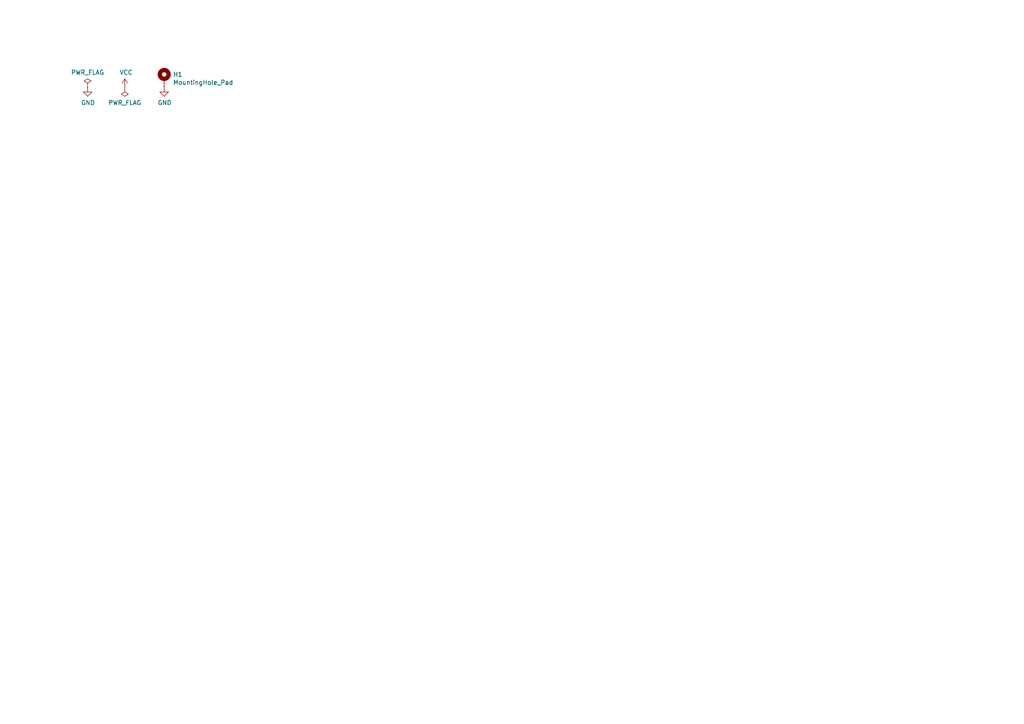
<source format=kicad_sch>
(kicad_sch (version 20230121) (generator eeschema)
  (paper "A4")
  (title_block (title "REVIUNG53 TOP PLATE") (date "2021-11-13") (rev "1"))
  (lib_symbols
    (symbol "Mechanical:MountingHole_Pad" (pin_numbers hide) (pin_names (offset 1.016) hide)
      (property "Reference" "H" (at 0 6.35 0))
      (property "Value" "MountingHole_Pad" (at 0 4.445 0))
      (symbol "MountingHole_Pad_0_1"
        (circle (center 0 1.27) (radius 1.27) (stroke (width 1.27)))
      )
      (symbol "MountingHole_Pad_1_1"
        (pin input line (at 0 -2.54 90) (length 2.54) (name "1") (number "1"))
      )
    )
    (symbol "power:GND" (power) (pin_names (offset 0))
      (property "Value" "GND" (at 0 -3.81 0))
      (symbol "GND_0_1"
        (polyline (pts (xy 0 0) (xy 0 -1.27) (xy 1.27 -1.27) (xy 0 -2.54) (xy -1.27 -1.27) (xy 0 -1.27)))
      )
      (symbol "GND_1_1"
        (pin power_in line (at 0 0 270) (length 0) hide (name "GND") (number "1"))
      )
    )
    (symbol "power:PWR_FLAG" (power) (pin_numbers hide) (pin_names (offset 0) hide)
      (property "Value" "PWR_FLAG" (at 0 3.81 0))
      (symbol "PWR_FLAG_0_0"
        (pin power_out line (at 0 0 90) (length 0) (name "pwr") (number "1"))
      )
      (symbol "PWR_FLAG_0_1"
        (polyline (pts (xy 0 0) (xy 0 1.27) (xy -1.016 1.905) (xy 0 2.54) (xy 1.016 1.905) (xy 0 1.27)))
      )
    )
    (symbol "power:VCC" (power) (pin_names (offset 0))
      (property "Value" "VCC" (at 0 3.81 0))
      (symbol "VCC_0_1"
        (polyline (pts (xy -0.762 1.27) (xy 0 2.54)))
        (polyline (pts (xy 0 0) (xy 0 2.54)))
        (polyline (pts (xy 0 2.54) (xy 0.762 1.27)))
      )
      (symbol "VCC_1_1"
        (pin power_in line (at 0 0 90) (length 0) hide (name "VCC") (number "1"))
      )
    )
  )
  (symbol (lib_id "power:PWR_FLAG") (at 25.4 25.4 0) (unit 1)
    (property "Reference" "#FLG0101" (effects hide))
    (property "Value" "PWR_FLAG" (at 25.4 21.0058 0))
  )
  (symbol (lib_id "power:GND") (at 25.4 25.4 0) (unit 1)
    (property "Reference" "#PWR0101" (effects hide))
    (property "Value" "GND" (at 25.527 29.7942 0))
  )
  (symbol (lib_id "power:VCC") (at 36.195 25.4 0) (unit 1)
    (property "Reference" "#PWR0102" (effects hide))
    (property "Value" "VCC" (at 36.576 21.0058 0))
  )
  (symbol (lib_id "power:PWR_FLAG") (at 36.195 25.4 180) (unit 1)
    (property "Reference" "#FLG0102" (effects hide))
    (property "Value" "PWR_FLAG" (at 36.195 29.7942 0))
  )
  (symbol (lib_id "power:GND") (at 47.625 25.4 0) (unit 1)
    (property "Reference" "#PWR0103" (effects hide))
    (property "Value" "GND" (at 47.752 29.7942 0))
  )
  (symbol (lib_id "Mechanical:MountingHole_Pad") (at 47.625 22.86 0) (unit 1)
    (property "Reference" "H1" (at 50.165 21.6154 0) (effects (justify left)))
    (property "Value" "MountingHole_Pad" (at 50.165 23.9268 0) (effects (justify left)))
    (property "Footprint" "MountingHole:MountingHole_2.2mm_M2_ISO7380_Pad" (effects hide))
  )
)
</source>
